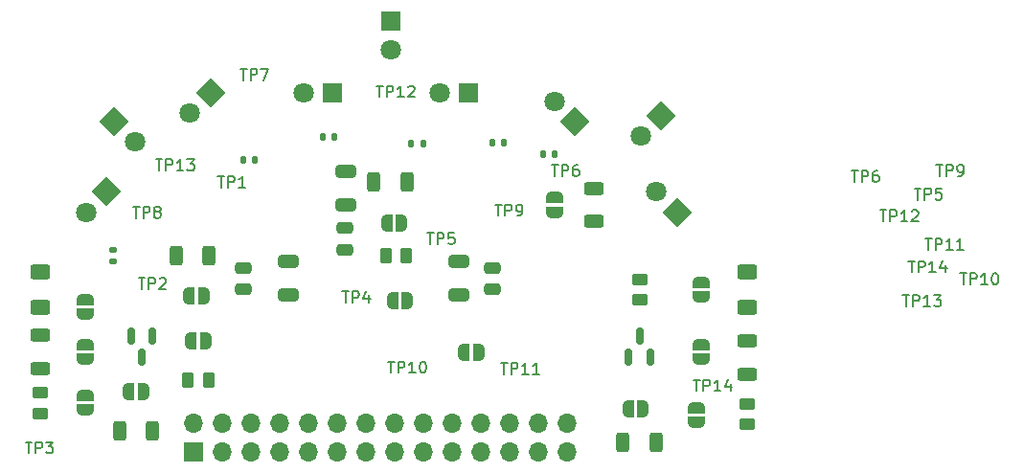
<source format=gbr>
%TF.GenerationSoftware,KiCad,Pcbnew,(6.0.4)*%
%TF.CreationDate,2024-03-24T21:34:19+02:00*%
%TF.ProjectId,KiCad Design IR Sensor,4b694361-6420-4446-9573-69676e204952,rev?*%
%TF.SameCoordinates,Original*%
%TF.FileFunction,Soldermask,Top*%
%TF.FilePolarity,Negative*%
%FSLAX46Y46*%
G04 Gerber Fmt 4.6, Leading zero omitted, Abs format (unit mm)*
G04 Created by KiCad (PCBNEW (6.0.4)) date 2024-03-24 21:34:19*
%MOMM*%
%LPD*%
G01*
G04 APERTURE LIST*
G04 Aperture macros list*
%AMRoundRect*
0 Rectangle with rounded corners*
0 $1 Rounding radius*
0 $2 $3 $4 $5 $6 $7 $8 $9 X,Y pos of 4 corners*
0 Add a 4 corners polygon primitive as box body*
4,1,4,$2,$3,$4,$5,$6,$7,$8,$9,$2,$3,0*
0 Add four circle primitives for the rounded corners*
1,1,$1+$1,$2,$3*
1,1,$1+$1,$4,$5*
1,1,$1+$1,$6,$7*
1,1,$1+$1,$8,$9*
0 Add four rect primitives between the rounded corners*
20,1,$1+$1,$2,$3,$4,$5,0*
20,1,$1+$1,$4,$5,$6,$7,0*
20,1,$1+$1,$6,$7,$8,$9,0*
20,1,$1+$1,$8,$9,$2,$3,0*%
%AMRotRect*
0 Rectangle, with rotation*
0 The origin of the aperture is its center*
0 $1 length*
0 $2 width*
0 $3 Rotation angle, in degrees counterclockwise*
0 Add horizontal line*
21,1,$1,$2,0,0,$3*%
%AMFreePoly0*
4,1,20,0.000000,0.744959,0.073905,0.744508,0.209726,0.703889,0.328688,0.626782,0.421226,0.519385,0.479903,0.390333,0.500000,0.250000,0.500000,-0.250000,0.499851,-0.262216,0.476331,-0.402017,0.414519,-0.529596,0.319384,-0.634700,0.198574,-0.708877,0.061801,-0.746166,0.000000,-0.745033,0.000000,-0.750000,-0.500000,-0.750000,-0.500000,0.750000,0.000000,0.750000,0.000000,0.744959,
0.000000,0.744959,$1*%
%AMFreePoly1*
4,1,22,0.500000,-0.750000,0.000000,-0.750000,0.000000,-0.745033,-0.079941,-0.743568,-0.215256,-0.701293,-0.333266,-0.622738,-0.424486,-0.514219,-0.481581,-0.384460,-0.499164,-0.250000,-0.500000,-0.250000,-0.500000,0.250000,-0.499164,0.250000,-0.499963,0.256109,-0.478152,0.396186,-0.417904,0.524511,-0.324060,0.630769,-0.204165,0.706417,-0.067858,0.745374,0.000000,0.744959,0.000000,0.750000,
0.500000,0.750000,0.500000,-0.750000,0.500000,-0.750000,$1*%
G04 Aperture macros list end*
%ADD10C,0.200000*%
%ADD11FreePoly0,90.000000*%
%ADD12FreePoly1,90.000000*%
%ADD13C,1.800000*%
%ADD14RotRect,1.800000X1.800000X225.000000*%
%ADD15RoundRect,0.150000X-0.150000X0.587500X-0.150000X-0.587500X0.150000X-0.587500X0.150000X0.587500X0*%
%ADD16FreePoly0,0.000000*%
%ADD17FreePoly1,0.000000*%
%ADD18FreePoly1,270.000000*%
%ADD19FreePoly0,270.000000*%
%ADD20RoundRect,0.150000X0.150000X-0.587500X0.150000X0.587500X-0.150000X0.587500X-0.150000X-0.587500X0*%
%ADD21RotRect,1.800000X1.800000X135.000000*%
%ADD22RoundRect,0.135000X0.135000X0.185000X-0.135000X0.185000X-0.135000X-0.185000X0.135000X-0.185000X0*%
%ADD23R,1.800000X1.800000*%
%ADD24RoundRect,0.250000X0.475000X-0.250000X0.475000X0.250000X-0.475000X0.250000X-0.475000X-0.250000X0*%
%ADD25RoundRect,0.250000X-0.475000X0.250000X-0.475000X-0.250000X0.475000X-0.250000X0.475000X0.250000X0*%
%ADD26RoundRect,0.250000X-0.312500X-0.625000X0.312500X-0.625000X0.312500X0.625000X-0.312500X0.625000X0*%
%ADD27RoundRect,0.250000X0.450000X-0.262500X0.450000X0.262500X-0.450000X0.262500X-0.450000X-0.262500X0*%
%ADD28RoundRect,0.250000X0.625000X-0.312500X0.625000X0.312500X-0.625000X0.312500X-0.625000X-0.312500X0*%
%ADD29RoundRect,0.250000X0.625000X-0.400000X0.625000X0.400000X-0.625000X0.400000X-0.625000X-0.400000X0*%
%ADD30RoundRect,0.135000X-0.135000X-0.185000X0.135000X-0.185000X0.135000X0.185000X-0.135000X0.185000X0*%
%ADD31RoundRect,0.250000X-0.450000X0.262500X-0.450000X-0.262500X0.450000X-0.262500X0.450000X0.262500X0*%
%ADD32RoundRect,0.250000X-0.625000X0.312500X-0.625000X-0.312500X0.625000X-0.312500X0.625000X0.312500X0*%
%ADD33RoundRect,0.135000X-0.185000X0.135000X-0.185000X-0.135000X0.185000X-0.135000X0.185000X0.135000X0*%
%ADD34RoundRect,0.250000X0.262500X0.450000X-0.262500X0.450000X-0.262500X-0.450000X0.262500X-0.450000X0*%
%ADD35RoundRect,0.250000X0.312500X0.625000X-0.312500X0.625000X-0.312500X-0.625000X0.312500X-0.625000X0*%
%ADD36RoundRect,0.250000X-0.262500X-0.450000X0.262500X-0.450000X0.262500X0.450000X-0.262500X0.450000X0*%
%ADD37RoundRect,0.250000X0.650000X-0.325000X0.650000X0.325000X-0.650000X0.325000X-0.650000X-0.325000X0*%
%ADD38RotRect,1.800000X1.800000X315.000000*%
%ADD39FreePoly1,180.000000*%
%ADD40FreePoly0,180.000000*%
%ADD41R,1.700000X1.700000*%
%ADD42O,1.700000X1.700000*%
G04 APERTURE END LIST*
D10*
X128738095Y-73952380D02*
X129309523Y-73952380D01*
X129023809Y-74952380D02*
X129023809Y-73952380D01*
X129642857Y-74952380D02*
X129642857Y-73952380D01*
X130023809Y-73952380D01*
X130119047Y-74000000D01*
X130166666Y-74047619D01*
X130214285Y-74142857D01*
X130214285Y-74285714D01*
X130166666Y-74380952D01*
X130119047Y-74428571D01*
X130023809Y-74476190D01*
X129642857Y-74476190D01*
X130547619Y-73952380D02*
X131214285Y-73952380D01*
X130785714Y-74952380D01*
X140761904Y-75452380D02*
X141333333Y-75452380D01*
X141047619Y-76452380D02*
X141047619Y-75452380D01*
X141666666Y-76452380D02*
X141666666Y-75452380D01*
X142047619Y-75452380D01*
X142142857Y-75500000D01*
X142190476Y-75547619D01*
X142238095Y-75642857D01*
X142238095Y-75785714D01*
X142190476Y-75880952D01*
X142142857Y-75928571D01*
X142047619Y-75976190D01*
X141666666Y-75976190D01*
X143190476Y-76452380D02*
X142619047Y-76452380D01*
X142904761Y-76452380D02*
X142904761Y-75452380D01*
X142809523Y-75595238D01*
X142714285Y-75690476D01*
X142619047Y-75738095D01*
X143571428Y-75547619D02*
X143619047Y-75500000D01*
X143714285Y-75452380D01*
X143952380Y-75452380D01*
X144047619Y-75500000D01*
X144095238Y-75547619D01*
X144142857Y-75642857D01*
X144142857Y-75738095D01*
X144095238Y-75880952D01*
X143523809Y-76452380D01*
X144142857Y-76452380D01*
X151238095Y-85952380D02*
X151809523Y-85952380D01*
X151523809Y-86952380D02*
X151523809Y-85952380D01*
X152142857Y-86952380D02*
X152142857Y-85952380D01*
X152523809Y-85952380D01*
X152619047Y-86000000D01*
X152666666Y-86047619D01*
X152714285Y-86142857D01*
X152714285Y-86285714D01*
X152666666Y-86380952D01*
X152619047Y-86428571D01*
X152523809Y-86476190D01*
X152142857Y-86476190D01*
X153190476Y-86952380D02*
X153380952Y-86952380D01*
X153476190Y-86904761D01*
X153523809Y-86857142D01*
X153619047Y-86714285D01*
X153666666Y-86523809D01*
X153666666Y-86142857D01*
X153619047Y-86047619D01*
X153571428Y-86000000D01*
X153476190Y-85952380D01*
X153285714Y-85952380D01*
X153190476Y-86000000D01*
X153142857Y-86047619D01*
X153095238Y-86142857D01*
X153095238Y-86380952D01*
X153142857Y-86476190D01*
X153190476Y-86523809D01*
X153285714Y-86571428D01*
X153476190Y-86571428D01*
X153571428Y-86523809D01*
X153619047Y-86476190D01*
X153666666Y-86380952D01*
X156238095Y-82452380D02*
X156809523Y-82452380D01*
X156523809Y-83452380D02*
X156523809Y-82452380D01*
X157142857Y-83452380D02*
X157142857Y-82452380D01*
X157523809Y-82452380D01*
X157619047Y-82500000D01*
X157666666Y-82547619D01*
X157714285Y-82642857D01*
X157714285Y-82785714D01*
X157666666Y-82880952D01*
X157619047Y-82928571D01*
X157523809Y-82976190D01*
X157142857Y-82976190D01*
X158571428Y-82452380D02*
X158380952Y-82452380D01*
X158285714Y-82500000D01*
X158238095Y-82547619D01*
X158142857Y-82690476D01*
X158095238Y-82880952D01*
X158095238Y-83261904D01*
X158142857Y-83357142D01*
X158190476Y-83404761D01*
X158285714Y-83452380D01*
X158476190Y-83452380D01*
X158571428Y-83404761D01*
X158619047Y-83357142D01*
X158666666Y-83261904D01*
X158666666Y-83023809D01*
X158619047Y-82928571D01*
X158571428Y-82880952D01*
X158476190Y-82833333D01*
X158285714Y-82833333D01*
X158190476Y-82880952D01*
X158142857Y-82928571D01*
X158095238Y-83023809D01*
X145238095Y-88452380D02*
X145809523Y-88452380D01*
X145523809Y-89452380D02*
X145523809Y-88452380D01*
X146142857Y-89452380D02*
X146142857Y-88452380D01*
X146523809Y-88452380D01*
X146619047Y-88500000D01*
X146666666Y-88547619D01*
X146714285Y-88642857D01*
X146714285Y-88785714D01*
X146666666Y-88880952D01*
X146619047Y-88928571D01*
X146523809Y-88976190D01*
X146142857Y-88976190D01*
X147619047Y-88452380D02*
X147142857Y-88452380D01*
X147095238Y-88928571D01*
X147142857Y-88880952D01*
X147238095Y-88833333D01*
X147476190Y-88833333D01*
X147571428Y-88880952D01*
X147619047Y-88928571D01*
X147666666Y-89023809D01*
X147666666Y-89261904D01*
X147619047Y-89357142D01*
X147571428Y-89404761D01*
X147476190Y-89452380D01*
X147238095Y-89452380D01*
X147142857Y-89404761D01*
X147095238Y-89357142D01*
X168761904Y-101452380D02*
X169333333Y-101452380D01*
X169047619Y-102452380D02*
X169047619Y-101452380D01*
X169666666Y-102452380D02*
X169666666Y-101452380D01*
X170047619Y-101452380D01*
X170142857Y-101500000D01*
X170190476Y-101547619D01*
X170238095Y-101642857D01*
X170238095Y-101785714D01*
X170190476Y-101880952D01*
X170142857Y-101928571D01*
X170047619Y-101976190D01*
X169666666Y-101976190D01*
X171190476Y-102452380D02*
X170619047Y-102452380D01*
X170904761Y-102452380D02*
X170904761Y-101452380D01*
X170809523Y-101595238D01*
X170714285Y-101690476D01*
X170619047Y-101738095D01*
X172047619Y-101785714D02*
X172047619Y-102452380D01*
X171809523Y-101404761D02*
X171571428Y-102119047D01*
X172190476Y-102119047D01*
X151761904Y-99952380D02*
X152333333Y-99952380D01*
X152047619Y-100952380D02*
X152047619Y-99952380D01*
X152666666Y-100952380D02*
X152666666Y-99952380D01*
X153047619Y-99952380D01*
X153142857Y-100000000D01*
X153190476Y-100047619D01*
X153238095Y-100142857D01*
X153238095Y-100285714D01*
X153190476Y-100380952D01*
X153142857Y-100428571D01*
X153047619Y-100476190D01*
X152666666Y-100476190D01*
X154190476Y-100952380D02*
X153619047Y-100952380D01*
X153904761Y-100952380D02*
X153904761Y-99952380D01*
X153809523Y-100095238D01*
X153714285Y-100190476D01*
X153619047Y-100238095D01*
X155142857Y-100952380D02*
X154571428Y-100952380D01*
X154857142Y-100952380D02*
X154857142Y-99952380D01*
X154761904Y-100095238D01*
X154666666Y-100190476D01*
X154571428Y-100238095D01*
X141761904Y-99842380D02*
X142333333Y-99842380D01*
X142047619Y-100842380D02*
X142047619Y-99842380D01*
X142666666Y-100842380D02*
X142666666Y-99842380D01*
X143047619Y-99842380D01*
X143142857Y-99890000D01*
X143190476Y-99937619D01*
X143238095Y-100032857D01*
X143238095Y-100175714D01*
X143190476Y-100270952D01*
X143142857Y-100318571D01*
X143047619Y-100366190D01*
X142666666Y-100366190D01*
X144190476Y-100842380D02*
X143619047Y-100842380D01*
X143904761Y-100842380D02*
X143904761Y-99842380D01*
X143809523Y-99985238D01*
X143714285Y-100080476D01*
X143619047Y-100128095D01*
X144809523Y-99842380D02*
X144904761Y-99842380D01*
X145000000Y-99890000D01*
X145047619Y-99937619D01*
X145095238Y-100032857D01*
X145142857Y-100223333D01*
X145142857Y-100461428D01*
X145095238Y-100651904D01*
X145047619Y-100747142D01*
X145000000Y-100794761D01*
X144904761Y-100842380D01*
X144809523Y-100842380D01*
X144714285Y-100794761D01*
X144666666Y-100747142D01*
X144619047Y-100651904D01*
X144571428Y-100461428D01*
X144571428Y-100223333D01*
X144619047Y-100032857D01*
X144666666Y-99937619D01*
X144714285Y-99890000D01*
X144809523Y-99842380D01*
X137738095Y-93647380D02*
X138309523Y-93647380D01*
X138023809Y-94647380D02*
X138023809Y-93647380D01*
X138642857Y-94647380D02*
X138642857Y-93647380D01*
X139023809Y-93647380D01*
X139119047Y-93695000D01*
X139166666Y-93742619D01*
X139214285Y-93837857D01*
X139214285Y-93980714D01*
X139166666Y-94075952D01*
X139119047Y-94123571D01*
X139023809Y-94171190D01*
X138642857Y-94171190D01*
X140071428Y-93980714D02*
X140071428Y-94647380D01*
X139833333Y-93599761D02*
X139595238Y-94314047D01*
X140214285Y-94314047D01*
X121261904Y-81952380D02*
X121833333Y-81952380D01*
X121547619Y-82952380D02*
X121547619Y-81952380D01*
X122166666Y-82952380D02*
X122166666Y-81952380D01*
X122547619Y-81952380D01*
X122642857Y-82000000D01*
X122690476Y-82047619D01*
X122738095Y-82142857D01*
X122738095Y-82285714D01*
X122690476Y-82380952D01*
X122642857Y-82428571D01*
X122547619Y-82476190D01*
X122166666Y-82476190D01*
X123690476Y-82952380D02*
X123119047Y-82952380D01*
X123404761Y-82952380D02*
X123404761Y-81952380D01*
X123309523Y-82095238D01*
X123214285Y-82190476D01*
X123119047Y-82238095D01*
X124023809Y-81952380D02*
X124642857Y-81952380D01*
X124309523Y-82333333D01*
X124452380Y-82333333D01*
X124547619Y-82380952D01*
X124595238Y-82428571D01*
X124642857Y-82523809D01*
X124642857Y-82761904D01*
X124595238Y-82857142D01*
X124547619Y-82904761D01*
X124452380Y-82952380D01*
X124166666Y-82952380D01*
X124071428Y-82904761D01*
X124023809Y-82857142D01*
X119738095Y-92452380D02*
X120309523Y-92452380D01*
X120023809Y-93452380D02*
X120023809Y-92452380D01*
X120642857Y-93452380D02*
X120642857Y-92452380D01*
X121023809Y-92452380D01*
X121119047Y-92500000D01*
X121166666Y-92547619D01*
X121214285Y-92642857D01*
X121214285Y-92785714D01*
X121166666Y-92880952D01*
X121119047Y-92928571D01*
X121023809Y-92976190D01*
X120642857Y-92976190D01*
X121595238Y-92547619D02*
X121642857Y-92500000D01*
X121738095Y-92452380D01*
X121976190Y-92452380D01*
X122071428Y-92500000D01*
X122119047Y-92547619D01*
X122166666Y-92642857D01*
X122166666Y-92738095D01*
X122119047Y-92880952D01*
X121547619Y-93452380D01*
X122166666Y-93452380D01*
X119238095Y-86147380D02*
X119809523Y-86147380D01*
X119523809Y-87147380D02*
X119523809Y-86147380D01*
X120142857Y-87147380D02*
X120142857Y-86147380D01*
X120523809Y-86147380D01*
X120619047Y-86195000D01*
X120666666Y-86242619D01*
X120714285Y-86337857D01*
X120714285Y-86480714D01*
X120666666Y-86575952D01*
X120619047Y-86623571D01*
X120523809Y-86671190D01*
X120142857Y-86671190D01*
X121285714Y-86575952D02*
X121190476Y-86528333D01*
X121142857Y-86480714D01*
X121095238Y-86385476D01*
X121095238Y-86337857D01*
X121142857Y-86242619D01*
X121190476Y-86195000D01*
X121285714Y-86147380D01*
X121476190Y-86147380D01*
X121571428Y-86195000D01*
X121619047Y-86242619D01*
X121666666Y-86337857D01*
X121666666Y-86385476D01*
X121619047Y-86480714D01*
X121571428Y-86528333D01*
X121476190Y-86575952D01*
X121285714Y-86575952D01*
X121190476Y-86623571D01*
X121142857Y-86671190D01*
X121095238Y-86766428D01*
X121095238Y-86956904D01*
X121142857Y-87052142D01*
X121190476Y-87099761D01*
X121285714Y-87147380D01*
X121476190Y-87147380D01*
X121571428Y-87099761D01*
X121619047Y-87052142D01*
X121666666Y-86956904D01*
X121666666Y-86766428D01*
X121619047Y-86671190D01*
X121571428Y-86623571D01*
X121476190Y-86575952D01*
X187761904Y-90952380D02*
X188333333Y-90952380D01*
X188047619Y-91952380D02*
X188047619Y-90952380D01*
X188666666Y-91952380D02*
X188666666Y-90952380D01*
X189047619Y-90952380D01*
X189142857Y-91000000D01*
X189190476Y-91047619D01*
X189238095Y-91142857D01*
X189238095Y-91285714D01*
X189190476Y-91380952D01*
X189142857Y-91428571D01*
X189047619Y-91476190D01*
X188666666Y-91476190D01*
X190190476Y-91952380D02*
X189619047Y-91952380D01*
X189904761Y-91952380D02*
X189904761Y-90952380D01*
X189809523Y-91095238D01*
X189714285Y-91190476D01*
X189619047Y-91238095D01*
X191047619Y-91285714D02*
X191047619Y-91952380D01*
X190809523Y-90904761D02*
X190571428Y-91619047D01*
X191190476Y-91619047D01*
X187261904Y-93952380D02*
X187833333Y-93952380D01*
X187547619Y-94952380D02*
X187547619Y-93952380D01*
X188166666Y-94952380D02*
X188166666Y-93952380D01*
X188547619Y-93952380D01*
X188642857Y-94000000D01*
X188690476Y-94047619D01*
X188738095Y-94142857D01*
X188738095Y-94285714D01*
X188690476Y-94380952D01*
X188642857Y-94428571D01*
X188547619Y-94476190D01*
X188166666Y-94476190D01*
X189690476Y-94952380D02*
X189119047Y-94952380D01*
X189404761Y-94952380D02*
X189404761Y-93952380D01*
X189309523Y-94095238D01*
X189214285Y-94190476D01*
X189119047Y-94238095D01*
X190023809Y-93952380D02*
X190642857Y-93952380D01*
X190309523Y-94333333D01*
X190452380Y-94333333D01*
X190547619Y-94380952D01*
X190595238Y-94428571D01*
X190642857Y-94523809D01*
X190642857Y-94761904D01*
X190595238Y-94857142D01*
X190547619Y-94904761D01*
X190452380Y-94952380D01*
X190166666Y-94952380D01*
X190071428Y-94904761D01*
X190023809Y-94857142D01*
X185261904Y-86452380D02*
X185833333Y-86452380D01*
X185547619Y-87452380D02*
X185547619Y-86452380D01*
X186166666Y-87452380D02*
X186166666Y-86452380D01*
X186547619Y-86452380D01*
X186642857Y-86500000D01*
X186690476Y-86547619D01*
X186738095Y-86642857D01*
X186738095Y-86785714D01*
X186690476Y-86880952D01*
X186642857Y-86928571D01*
X186547619Y-86976190D01*
X186166666Y-86976190D01*
X187690476Y-87452380D02*
X187119047Y-87452380D01*
X187404761Y-87452380D02*
X187404761Y-86452380D01*
X187309523Y-86595238D01*
X187214285Y-86690476D01*
X187119047Y-86738095D01*
X188071428Y-86547619D02*
X188119047Y-86500000D01*
X188214285Y-86452380D01*
X188452380Y-86452380D01*
X188547619Y-86500000D01*
X188595238Y-86547619D01*
X188642857Y-86642857D01*
X188642857Y-86738095D01*
X188595238Y-86880952D01*
X188023809Y-87452380D01*
X188642857Y-87452380D01*
X189261904Y-88952380D02*
X189833333Y-88952380D01*
X189547619Y-89952380D02*
X189547619Y-88952380D01*
X190166666Y-89952380D02*
X190166666Y-88952380D01*
X190547619Y-88952380D01*
X190642857Y-89000000D01*
X190690476Y-89047619D01*
X190738095Y-89142857D01*
X190738095Y-89285714D01*
X190690476Y-89380952D01*
X190642857Y-89428571D01*
X190547619Y-89476190D01*
X190166666Y-89476190D01*
X191690476Y-89952380D02*
X191119047Y-89952380D01*
X191404761Y-89952380D02*
X191404761Y-88952380D01*
X191309523Y-89095238D01*
X191214285Y-89190476D01*
X191119047Y-89238095D01*
X192642857Y-89952380D02*
X192071428Y-89952380D01*
X192357142Y-89952380D02*
X192357142Y-88952380D01*
X192261904Y-89095238D01*
X192166666Y-89190476D01*
X192071428Y-89238095D01*
X192337393Y-92027869D02*
X192908822Y-92027869D01*
X192623108Y-93027869D02*
X192623108Y-92027869D01*
X193242155Y-93027869D02*
X193242155Y-92027869D01*
X193623108Y-92027869D01*
X193718346Y-92075489D01*
X193765965Y-92123108D01*
X193813584Y-92218346D01*
X193813584Y-92361203D01*
X193765965Y-92456441D01*
X193718346Y-92504060D01*
X193623108Y-92551679D01*
X193242155Y-92551679D01*
X194765965Y-93027869D02*
X194194536Y-93027869D01*
X194480250Y-93027869D02*
X194480250Y-92027869D01*
X194385012Y-92170727D01*
X194289774Y-92265965D01*
X194194536Y-92313584D01*
X195385012Y-92027869D02*
X195480250Y-92027869D01*
X195575489Y-92075489D01*
X195623108Y-92123108D01*
X195670727Y-92218346D01*
X195718346Y-92408822D01*
X195718346Y-92646917D01*
X195670727Y-92837393D01*
X195623108Y-92932631D01*
X195575489Y-92980250D01*
X195480250Y-93027869D01*
X195385012Y-93027869D01*
X195289774Y-92980250D01*
X195242155Y-92932631D01*
X195194536Y-92837393D01*
X195146917Y-92646917D01*
X195146917Y-92408822D01*
X195194536Y-92218346D01*
X195242155Y-92123108D01*
X195289774Y-92075489D01*
X195385012Y-92027869D01*
X190238095Y-82452380D02*
X190809523Y-82452380D01*
X190523809Y-83452380D02*
X190523809Y-82452380D01*
X191142857Y-83452380D02*
X191142857Y-82452380D01*
X191523809Y-82452380D01*
X191619047Y-82500000D01*
X191666666Y-82547619D01*
X191714285Y-82642857D01*
X191714285Y-82785714D01*
X191666666Y-82880952D01*
X191619047Y-82928571D01*
X191523809Y-82976190D01*
X191142857Y-82976190D01*
X192190476Y-83452380D02*
X192380952Y-83452380D01*
X192476190Y-83404761D01*
X192523809Y-83357142D01*
X192619047Y-83214285D01*
X192666666Y-83023809D01*
X192666666Y-82642857D01*
X192619047Y-82547619D01*
X192571428Y-82500000D01*
X192476190Y-82452380D01*
X192285714Y-82452380D01*
X192190476Y-82500000D01*
X192142857Y-82547619D01*
X192095238Y-82642857D01*
X192095238Y-82880952D01*
X192142857Y-82976190D01*
X192190476Y-83023809D01*
X192285714Y-83071428D01*
X192476190Y-83071428D01*
X192571428Y-83023809D01*
X192619047Y-82976190D01*
X192666666Y-82880952D01*
X182738095Y-82952380D02*
X183309523Y-82952380D01*
X183023809Y-83952380D02*
X183023809Y-82952380D01*
X183642857Y-83952380D02*
X183642857Y-82952380D01*
X184023809Y-82952380D01*
X184119047Y-83000000D01*
X184166666Y-83047619D01*
X184214285Y-83142857D01*
X184214285Y-83285714D01*
X184166666Y-83380952D01*
X184119047Y-83428571D01*
X184023809Y-83476190D01*
X183642857Y-83476190D01*
X185071428Y-82952380D02*
X184880952Y-82952380D01*
X184785714Y-83000000D01*
X184738095Y-83047619D01*
X184642857Y-83190476D01*
X184595238Y-83380952D01*
X184595238Y-83761904D01*
X184642857Y-83857142D01*
X184690476Y-83904761D01*
X184785714Y-83952380D01*
X184976190Y-83952380D01*
X185071428Y-83904761D01*
X185119047Y-83857142D01*
X185166666Y-83761904D01*
X185166666Y-83523809D01*
X185119047Y-83428571D01*
X185071428Y-83380952D01*
X184976190Y-83333333D01*
X184785714Y-83333333D01*
X184690476Y-83380952D01*
X184642857Y-83428571D01*
X184595238Y-83523809D01*
X188313584Y-84527869D02*
X188885012Y-84527869D01*
X188599298Y-85527869D02*
X188599298Y-84527869D01*
X189218346Y-85527869D02*
X189218346Y-84527869D01*
X189599298Y-84527869D01*
X189694536Y-84575489D01*
X189742155Y-84623108D01*
X189789774Y-84718346D01*
X189789774Y-84861203D01*
X189742155Y-84956441D01*
X189694536Y-85004060D01*
X189599298Y-85051679D01*
X189218346Y-85051679D01*
X190694536Y-84527869D02*
X190218346Y-84527869D01*
X190170727Y-85004060D01*
X190218346Y-84956441D01*
X190313584Y-84908822D01*
X190551679Y-84908822D01*
X190646917Y-84956441D01*
X190694536Y-85004060D01*
X190742155Y-85099298D01*
X190742155Y-85337393D01*
X190694536Y-85432631D01*
X190646917Y-85480250D01*
X190551679Y-85527869D01*
X190313584Y-85527869D01*
X190218346Y-85480250D01*
X190170727Y-85432631D01*
X109738095Y-106952380D02*
X110309523Y-106952380D01*
X110023809Y-107952380D02*
X110023809Y-106952380D01*
X110642857Y-107952380D02*
X110642857Y-106952380D01*
X111023809Y-106952380D01*
X111119047Y-107000000D01*
X111166666Y-107047619D01*
X111214285Y-107142857D01*
X111214285Y-107285714D01*
X111166666Y-107380952D01*
X111119047Y-107428571D01*
X111023809Y-107476190D01*
X110642857Y-107476190D01*
X111547619Y-106952380D02*
X112166666Y-106952380D01*
X111833333Y-107333333D01*
X111976190Y-107333333D01*
X112071428Y-107380952D01*
X112119047Y-107428571D01*
X112166666Y-107523809D01*
X112166666Y-107761904D01*
X112119047Y-107857142D01*
X112071428Y-107904761D01*
X111976190Y-107952380D01*
X111690476Y-107952380D01*
X111595238Y-107904761D01*
X111547619Y-107857142D01*
X126738095Y-83452380D02*
X127309523Y-83452380D01*
X127023809Y-84452380D02*
X127023809Y-83452380D01*
X127642857Y-84452380D02*
X127642857Y-83452380D01*
X128023809Y-83452380D01*
X128119047Y-83500000D01*
X128166666Y-83547619D01*
X128214285Y-83642857D01*
X128214285Y-83785714D01*
X128166666Y-83880952D01*
X128119047Y-83928571D01*
X128023809Y-83976190D01*
X127642857Y-83976190D01*
X129166666Y-84452380D02*
X128595238Y-84452380D01*
X128880952Y-84452380D02*
X128880952Y-83452380D01*
X128785714Y-83595238D01*
X128690476Y-83690476D01*
X128595238Y-83738095D01*
D11*
%TO.C,JP3*%
X115000000Y-94350000D03*
D12*
X115000000Y-95650000D03*
%TD*%
D13*
%TO.C,D9*%
X124279438Y-77871540D03*
D14*
X126075489Y-76075489D03*
%TD*%
D13*
%TO.C,D5*%
X115074214Y-86634282D03*
D14*
X116870265Y-84838231D03*
%TD*%
D15*
%TO.C,Q1*%
X120000000Y-99437500D03*
X119050000Y-97562500D03*
X120950000Y-97562500D03*
%TD*%
D16*
%TO.C,JP2*%
X125650000Y-98000000D03*
D17*
X124350000Y-98000000D03*
%TD*%
D18*
%TO.C,JP9*%
X156500000Y-85350000D03*
D19*
X156500000Y-86650000D03*
%TD*%
D20*
%TO.C,Q2*%
X163050000Y-99437500D03*
X164950000Y-99437500D03*
X164000000Y-97562500D03*
%TD*%
D12*
%TO.C,JP13*%
X169000000Y-105225489D03*
D11*
X169000000Y-103925489D03*
%TD*%
D12*
%TO.C,JP11*%
X169500000Y-94150000D03*
D11*
X169500000Y-92850000D03*
%TD*%
D21*
%TO.C,D6*%
X167312748Y-86641353D03*
D13*
X165516697Y-84845302D03*
%TD*%
D21*
%TO.C,D3*%
X158312748Y-78641353D03*
D13*
X156516697Y-76845302D03*
%TD*%
D17*
%TO.C,JP7*%
X141700000Y-87575489D03*
D16*
X143000000Y-87575489D03*
%TD*%
D22*
%TO.C,R10*%
X137010000Y-80000000D03*
X135990000Y-80000000D03*
%TD*%
D23*
%TO.C,D4*%
X136850489Y-76050489D03*
D13*
X134310489Y-76050489D03*
%TD*%
D24*
%TO.C,C6*%
X151000000Y-93450000D03*
X151000000Y-91550000D03*
%TD*%
D25*
%TO.C,C4*%
X138000000Y-88050000D03*
X138000000Y-89950000D03*
%TD*%
D24*
%TO.C,C2*%
X129000000Y-93450000D03*
X129000000Y-91550000D03*
%TD*%
D26*
%TO.C,R20*%
X162537500Y-107000000D03*
X165462500Y-107000000D03*
%TD*%
D27*
%TO.C,R19*%
X173500000Y-105412500D03*
X173500000Y-103587500D03*
%TD*%
D28*
%TO.C,R18*%
X173500000Y-100962500D03*
X173500000Y-98037500D03*
%TD*%
D29*
%TO.C,R17*%
X173500000Y-95050000D03*
X173500000Y-91950000D03*
%TD*%
D30*
%TO.C,R16*%
X128990000Y-82000000D03*
X130010000Y-82000000D03*
%TD*%
%TO.C,R15*%
X143845489Y-80575489D03*
X144865489Y-80575489D03*
%TD*%
D31*
%TO.C,R14*%
X164000000Y-92587500D03*
X164000000Y-94412500D03*
%TD*%
D32*
%TO.C,R13*%
X160000000Y-84537500D03*
X160000000Y-87462500D03*
%TD*%
D30*
%TO.C,R12*%
X150990000Y-80500000D03*
X152010000Y-80500000D03*
%TD*%
D33*
%TO.C,R11*%
X117500000Y-91010000D03*
X117500000Y-89990000D03*
%TD*%
D30*
%TO.C,R9*%
X155490000Y-81500000D03*
X156510000Y-81500000D03*
%TD*%
D34*
%TO.C,R8*%
X143412500Y-90500000D03*
X141587500Y-90500000D03*
%TD*%
D26*
%TO.C,R7*%
X140537500Y-84000000D03*
X143462500Y-84000000D03*
%TD*%
D35*
%TO.C,R6*%
X118037500Y-106000000D03*
X120962500Y-106000000D03*
%TD*%
D27*
%TO.C,R5*%
X111000000Y-102587500D03*
X111000000Y-104412500D03*
%TD*%
D28*
%TO.C,R4*%
X111000000Y-97537500D03*
X111000000Y-100462500D03*
%TD*%
D29*
%TO.C,R3*%
X111000000Y-91950000D03*
X111000000Y-95050000D03*
%TD*%
D36*
%TO.C,R2*%
X125912500Y-101500000D03*
X124087500Y-101500000D03*
%TD*%
D26*
%TO.C,R1*%
X125962500Y-90500000D03*
X123037500Y-90500000D03*
%TD*%
D37*
%TO.C,C5*%
X148000000Y-93975000D03*
X148000000Y-91025000D03*
%TD*%
%TO.C,C3*%
X138075489Y-85975000D03*
X138075489Y-83025000D03*
%TD*%
%TO.C,C1*%
X133000000Y-93975000D03*
X133000000Y-91025000D03*
%TD*%
D23*
%TO.C,D8*%
X148850489Y-76050489D03*
D13*
X146310489Y-76050489D03*
%TD*%
D14*
%TO.C,D7*%
X165901561Y-78098439D03*
D13*
X164105510Y-79894490D03*
%TD*%
%TO.C,D2*%
X142000000Y-72265000D03*
D23*
X142000000Y-69725000D03*
%TD*%
D38*
%TO.C,D1*%
X117598439Y-78598439D03*
D13*
X119394490Y-80394490D03*
%TD*%
D17*
%TO.C,JP14*%
X163000000Y-104000000D03*
D16*
X164300000Y-104000000D03*
%TD*%
D12*
%TO.C,JP12*%
X169500000Y-99650000D03*
D11*
X169500000Y-98350000D03*
%TD*%
D39*
%TO.C,JP10*%
X149800000Y-99000000D03*
D40*
X148500000Y-99000000D03*
%TD*%
D39*
%TO.C,JP8*%
X143500000Y-94500000D03*
D40*
X142200000Y-94500000D03*
%TD*%
%TO.C,JP6*%
X118850000Y-102500000D03*
D39*
X120150000Y-102500000D03*
%TD*%
D11*
%TO.C,JP5*%
X115000000Y-102850000D03*
D12*
X115000000Y-104150000D03*
%TD*%
D11*
%TO.C,JP4*%
X115000000Y-98350000D03*
D12*
X115000000Y-99650000D03*
%TD*%
D16*
%TO.C,JP1*%
X125500000Y-94000000D03*
D17*
X124200000Y-94000000D03*
%TD*%
D41*
%TO.C,J1*%
X124575489Y-107850489D03*
D42*
X124575489Y-105310489D03*
X127115489Y-107850489D03*
X127115489Y-105310489D03*
X129655489Y-107850489D03*
X129655489Y-105310489D03*
X132195489Y-107850489D03*
X132195489Y-105310489D03*
X134735489Y-107850489D03*
X134735489Y-105310489D03*
X137275489Y-107850489D03*
X137275489Y-105310489D03*
X139815489Y-107850489D03*
X139815489Y-105310489D03*
X142355489Y-107850489D03*
X142355489Y-105310489D03*
X144895489Y-107850489D03*
X144895489Y-105310489D03*
X147435489Y-107850489D03*
X147435489Y-105310489D03*
X149975489Y-107850489D03*
X149975489Y-105310489D03*
X152515489Y-107850489D03*
X152515489Y-105310489D03*
X155055489Y-107850489D03*
X155055489Y-105310489D03*
X157595489Y-107850489D03*
X157595489Y-105310489D03*
%TD*%
M02*

</source>
